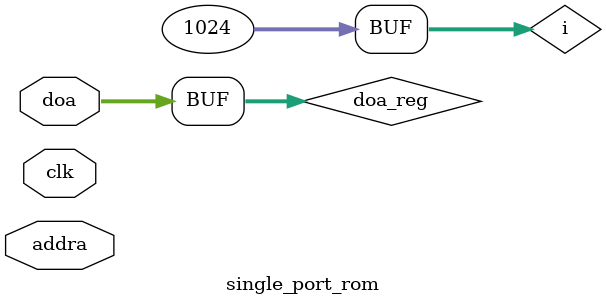
<source format=v>

module single_port_rom(
    input clk,
    input [9:0]addra,
    input [7:0]doa
);

reg [7:0] rom [1023:0];

integer i;
initial begin
    for (i=0; i<1024; i++) begin
        rom[i] = 0;
    end
    rom[24:0] = {
           // DEVICE DESCRIPTOR
           8'd18,      // bLength
           8'd1,       // bDescriptorType
           8'h10, 8'h1, // bcdUSB
           8'h02,       // bDeviceClass
           8'd0,       // bDeviceSubClass
           8'd0,       // bDeviceProtocol
           8'd8,      // bMaxPacketSize0
           8'h83, 8'h04, // idVendor
           8'h2a, 8'h57, // idProduct
           // 8'hAB, 8'hCD, // idVendor
           // 8'h11, 8'h22, // idProduct
           8'h0, 8'h1, // bcdDevice
           8'd0,       // iManufacturer
           8'd0,       // iProduct
           8'd0,       // iSerialNumber
           8'd1,       // bNumConfigurations
           // CONFIGURATION DESCRIPTOR
           8'd7,
           8'd2,
           8'h40, 8'd0,
           8'd1,
           8'd0,
           8'd0
           };
end

reg [7:0] doa_reg;
assign doa = doa_reg;

always @(posedge clk) begin
    doa_reg <= rom[addra];
end

endmodule
</source>
